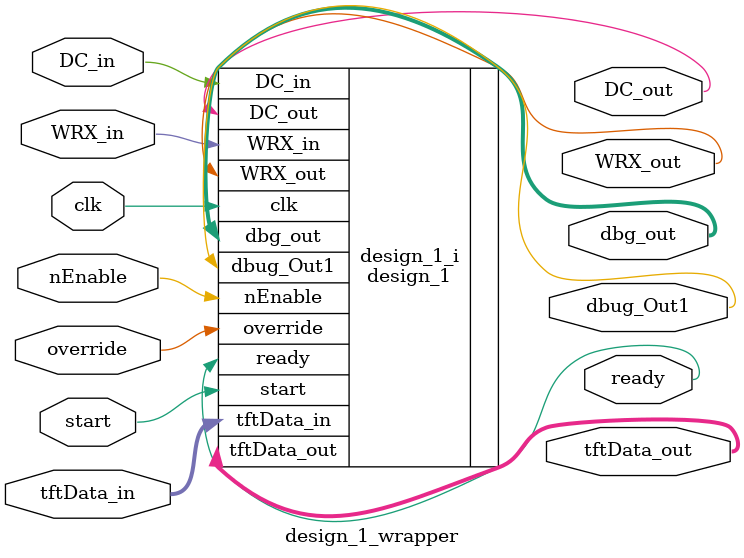
<source format=v>
`timescale 1 ps / 1 ps

module design_1_wrapper
   (DC_in,
    DC_out,
    WRX_in,
    WRX_out,
    clk,
    dbg_out,
    dbug_Out1,
    nEnable,
    override,
    ready,
    start,
    tftData_in,
    tftData_out);
  input DC_in;
  output DC_out;
  input WRX_in;
  output WRX_out;
  input clk;
  output [3:0]dbg_out;
  output dbug_Out1;
  input nEnable;
  input override;
  output ready;
  input start;
  input [7:0]tftData_in;
  output [7:0]tftData_out;

  wire DC_in;
  wire DC_out;
  wire WRX_in;
  wire WRX_out;
  wire clk;
  wire [3:0]dbg_out;
  wire dbug_Out1;
  wire nEnable;
  wire override;
  wire ready;
  wire start;
  wire [7:0]tftData_in;
  wire [7:0]tftData_out;

  design_1 design_1_i
       (.DC_in(DC_in),
        .DC_out(DC_out),
        .WRX_in(WRX_in),
        .WRX_out(WRX_out),
        .clk(clk),
        .dbg_out(dbg_out),
        .dbug_Out1(dbug_Out1),
        .nEnable(nEnable),
        .override(override),
        .ready(ready),
        .start(start),
        .tftData_in(tftData_in),
        .tftData_out(tftData_out));
endmodule

</source>
